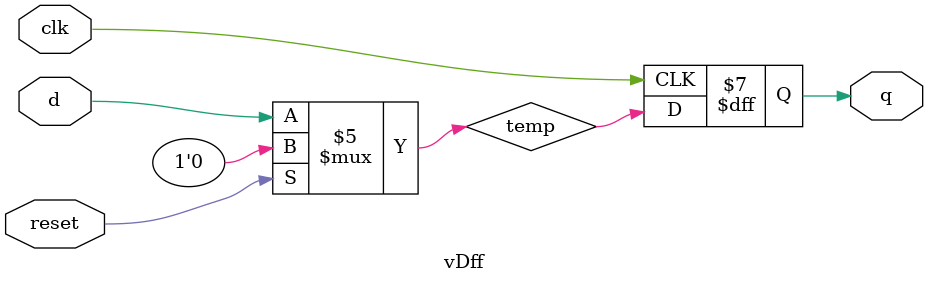
<source format=sv>
module vDff(
    clk, 
    d, 
    q, 
    reset
);
    input clk;
    input d; 
    input reset; 
    output reg q;  

    reg temp;
    always_comb begin 
        if(reset == 1'b1)
            temp = 1'b0;
        else 
            temp = d;
    end

    always_ff @(posedge clk) begin
        q <= temp;
    end
endmodule
</source>
